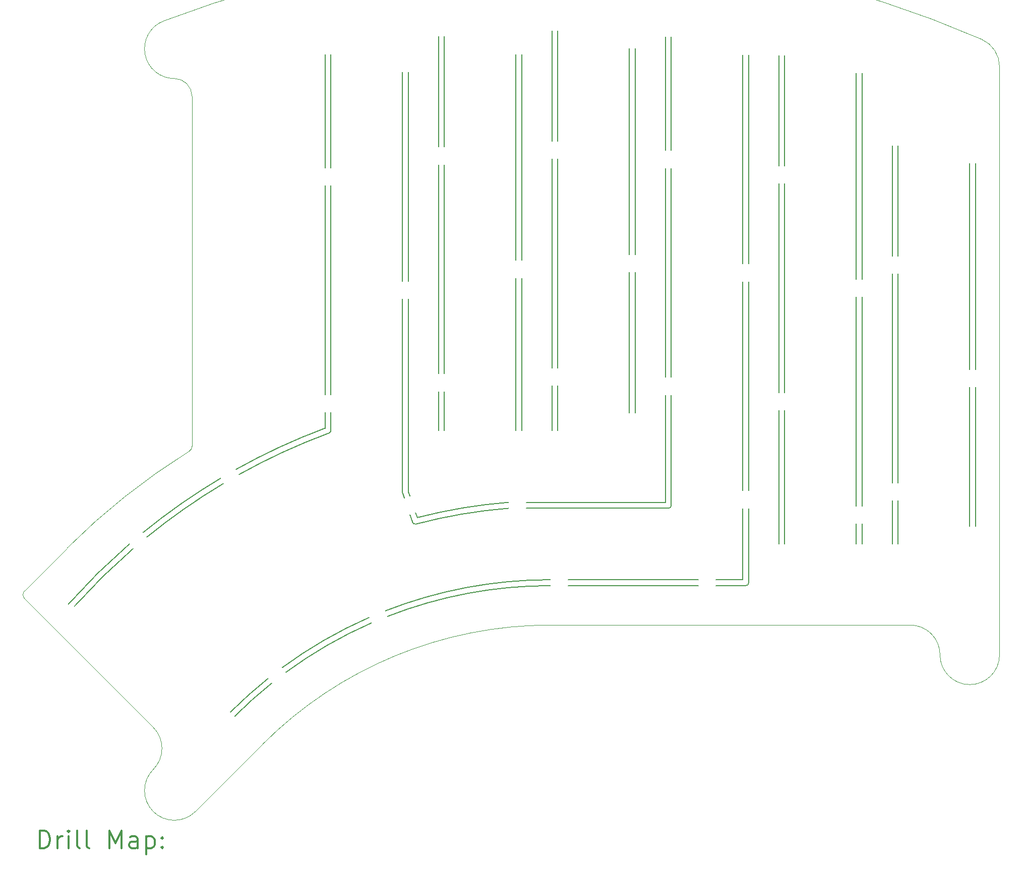
<source format=gbr>
%FSLAX45Y45*%
G04 Gerber Fmt 4.5, Leading zero omitted, Abs format (unit mm)*
G04 Created by KiCad (PCBNEW 5.1.12-84ad8e8a86~92~ubuntu20.04.1) date 2021-11-17 23:27:24*
%MOMM*%
%LPD*%
G01*
G04 APERTURE LIST*
%TA.AperFunction,Profile*%
%ADD10C,0.150000*%
%TD*%
%TA.AperFunction,Profile*%
%ADD11C,0.120000*%
%TD*%
%TA.AperFunction,Profile*%
%ADD12C,0.100000*%
%TD*%
%ADD13C,0.200000*%
%ADD14C,0.300000*%
G04 APERTURE END LIST*
D10*
X13697696Y-10958732D02*
G75*
G02*
X13695000Y-10942536I47304J16196D01*
G01*
X13697696Y-10958732D02*
X13723889Y-11035451D01*
X13922148Y-11477170D02*
G75*
G02*
X13858499Y-11440397I-13438J50211D01*
G01*
X12495000Y-9901439D02*
G75*
G02*
X12462329Y-9948321I-50000J19D01*
G01*
X18210000Y-11162000D02*
G75*
G02*
X18160000Y-11212000I-50000J0D01*
G01*
X10948880Y-10645653D02*
G75*
G02*
X12462329Y-9948321I5227158J-9353707D01*
G01*
X12495000Y-9601000D02*
X12495000Y-9901439D01*
X9404119Y-11695542D02*
G75*
G02*
X10689135Y-10795764I6771920J-8303818D01*
G01*
X8187165Y-12858618D02*
G75*
G02*
X9174305Y-11888378I7988873J-7140742D01*
G01*
X8083047Y-12825198D02*
G75*
G02*
X9110026Y-11811774I8092991J-7174162D01*
G01*
X9339840Y-11618937D02*
G75*
G02*
X10639135Y-10709161I6836198J-8380423D01*
G01*
X10882035Y-14704959D02*
X10880713Y-14703636D01*
X10811325Y-14634248D02*
X10810017Y-14632940D01*
X13449876Y-13025939D02*
X13449278Y-13024410D01*
X13411601Y-12933533D02*
X13411010Y-12932022D01*
X13821559Y-11319106D02*
X13858499Y-11440397D01*
X13922148Y-11477170D02*
G75*
G02*
X15476000Y-11212000I2253890J-8522190D01*
G01*
X13411601Y-12933533D02*
G75*
G02*
X16176000Y-12412000I2764437J-7065827D01*
G01*
X10810017Y-14632940D02*
G75*
G02*
X11438058Y-14071106I5366022J-5366420D01*
G01*
X11676064Y-13888477D02*
G75*
G02*
X13133846Y-13046827I4499974J-6110883D01*
G01*
X11736940Y-13967813D02*
G75*
G02*
X13172114Y-13139215I4439098J-6031547D01*
G01*
X16476000Y-12412000D02*
X18660000Y-12412000D01*
X10880713Y-14703636D02*
G75*
G02*
X11498934Y-14150441I5295325J-5295724D01*
G01*
X13695000Y-7696000D02*
X13695000Y-10942536D01*
X13916111Y-11286549D02*
X13944459Y-11368296D01*
X13795000Y-7696000D02*
X13795000Y-10934236D01*
X13695000Y-7396000D02*
X13695000Y-3886000D01*
X13795000Y-3886000D02*
X13795000Y-7396000D01*
X12495000Y-5491000D02*
X12495000Y-3586000D01*
X12495000Y-9301000D02*
X12495000Y-5791000D01*
X12395000Y-9601000D02*
X12395000Y-9866650D01*
X12395000Y-5791000D02*
X12395000Y-9301000D01*
X12395000Y-3586000D02*
X12395000Y-5491000D01*
X18210000Y-9309000D02*
X18210000Y-11162000D01*
X15776000Y-11212000D02*
X18160000Y-11212000D01*
X19410000Y-11214000D02*
X19410000Y-12412000D01*
X18960000Y-12412000D02*
X19410000Y-12412000D01*
X18960000Y-12512000D02*
X19460000Y-12512000D01*
X18210000Y-5199000D02*
X18210000Y-3294000D01*
X18210000Y-9009000D02*
X18210000Y-5499000D01*
X18110000Y-9309000D02*
X18110000Y-11112000D01*
X18110000Y-5499000D02*
X18110000Y-9009000D01*
X18110000Y-3294000D02*
X18110000Y-5199000D01*
X19410000Y-7104000D02*
X19410000Y-3594000D01*
X19410000Y-10914000D02*
X19410000Y-7404000D01*
X19510000Y-11214000D02*
X19510000Y-12462000D01*
X19510000Y-7404000D02*
X19510000Y-10914000D01*
X19510000Y-3594000D02*
X19510000Y-7104000D01*
X15700000Y-7346000D02*
X15700000Y-9905000D01*
X15700000Y-3586000D02*
X15700000Y-7046000D01*
X15600000Y-7046000D02*
X15600000Y-3586000D01*
X15600000Y-9905000D02*
X15600000Y-7346000D01*
X14400000Y-9251000D02*
X14400000Y-9905000D01*
X14400000Y-5441000D02*
X14400000Y-8951000D01*
X14400000Y-3286000D02*
X14400000Y-5141000D01*
X14300000Y-5141000D02*
X14300000Y-3286000D01*
X14300000Y-8951000D02*
X14300000Y-5441000D01*
X14300000Y-9905000D02*
X14300000Y-9251000D01*
X17505000Y-6950000D02*
X17505000Y-3490000D01*
X17505000Y-9607000D02*
X17505000Y-7250000D01*
X17605000Y-7250000D02*
X17605000Y-9607000D01*
X17605000Y-3490000D02*
X17605000Y-6950000D01*
X16305000Y-3190000D02*
X16305000Y-5045000D01*
X16205000Y-5045000D02*
X16205000Y-3190000D01*
X16305000Y-5345000D02*
X16305000Y-8855000D01*
X16205000Y-8855000D02*
X16205000Y-5345000D01*
X16305000Y-9155000D02*
X16305000Y-9907000D01*
X16205000Y-9907000D02*
X16205000Y-9155000D01*
X21315000Y-7662000D02*
X21315000Y-11172000D01*
X21315000Y-3902000D02*
X21315000Y-7362000D01*
X21415000Y-7362000D02*
X21415000Y-3902000D01*
X21415000Y-11172000D02*
X21415000Y-7662000D01*
X21415000Y-11812000D02*
X21415000Y-11472000D01*
X21315000Y-11812000D02*
X21315000Y-11472000D01*
X20115000Y-9567000D02*
X20115000Y-11812000D01*
X20115000Y-5757000D02*
X20115000Y-9267000D01*
X20115000Y-3602000D02*
X20115000Y-5457000D01*
X20015000Y-5457000D02*
X20015000Y-3602000D01*
X20015000Y-9267000D02*
X20015000Y-5757000D01*
X20015000Y-11812000D02*
X20015000Y-9567000D01*
X23220000Y-11512000D02*
X23220000Y-9180000D01*
X23320000Y-8880000D02*
X23320000Y-5420000D01*
X23320000Y-11512000D02*
X23320000Y-9180000D01*
X21920000Y-11085000D02*
X21920000Y-11812000D01*
X21920000Y-7275000D02*
X21920000Y-10785000D01*
X21920000Y-5120000D02*
X21920000Y-6975000D01*
X22020000Y-6975000D02*
X22020000Y-5120000D01*
X22020000Y-10785000D02*
X22020000Y-7275000D01*
X22020000Y-11812000D02*
X22020000Y-11085000D01*
X23220000Y-5420000D02*
X23220000Y-8880000D01*
X13795000Y-10934236D02*
X13818441Y-11002894D01*
X10898875Y-10559042D02*
G75*
G02*
X12395000Y-9866650I5277163J-9440318D01*
G01*
X15776000Y-11112000D02*
X18110000Y-11112000D01*
X19510000Y-12462000D02*
G75*
G02*
X19460000Y-12512000I-50000J0D01*
G01*
X13944459Y-11368296D02*
G75*
G02*
X15476000Y-11112000I2231579J-8631064D01*
G01*
X16476000Y-12512000D02*
X18660000Y-12512000D01*
X13449876Y-13025939D02*
G75*
G02*
X16176000Y-12512000I2726162J-6973421D01*
G01*
D11*
X7352485Y-12734402D02*
G75*
G02*
X7352485Y-12592980I70711J70711D01*
G01*
D12*
X9510337Y-14892253D02*
G75*
G02*
X9510337Y-15599360I-353553J-353553D01*
G01*
X10217443Y-16306467D02*
G75*
G02*
X9510337Y-15599360I-353553J353553D01*
G01*
X9864130Y-3993217D02*
G75*
G02*
X10161490Y-4290577I0J-297360D01*
G01*
X9864130Y-3993217D02*
G75*
G02*
X9685297Y-3026200I-240J500000D01*
G01*
X22222038Y-13174000D02*
G75*
G02*
X22722038Y-13674000I0J-500000D01*
G01*
X23722038Y-13674000D02*
G75*
G02*
X22722038Y-13674000I-500000J0D01*
G01*
X10161490Y-10169693D02*
G75*
G02*
X10114309Y-10254577I-100000J29D01*
G01*
X10161490Y-4290577D02*
X10161490Y-10169693D01*
X23421413Y-3334354D02*
G75*
G02*
X23722038Y-3792884I-199375J-458530D01*
G01*
X9685297Y-3026200D02*
G75*
G02*
X23421413Y-3334354I6490741J-16973160D01*
G01*
X8061271Y-11884194D02*
G75*
G02*
X10114309Y-10254577I8114767J-8115166D01*
G01*
X7352485Y-12592980D02*
X8061271Y-11884194D01*
X9510337Y-14892253D02*
X7352485Y-12734402D01*
X11350034Y-15173356D02*
X10217443Y-16306467D01*
X11350034Y-15173356D02*
G75*
G02*
X16176038Y-13174360I4826004J-4826004D01*
G01*
X16176038Y-13174360D02*
X22222038Y-13174000D01*
X23722038Y-3792884D02*
X23722038Y-13674000D01*
D13*
D14*
X7603624Y-16923628D02*
X7603624Y-16623628D01*
X7675052Y-16623628D01*
X7717910Y-16637914D01*
X7746481Y-16666485D01*
X7760767Y-16695057D01*
X7775052Y-16752199D01*
X7775052Y-16795057D01*
X7760767Y-16852200D01*
X7746481Y-16880771D01*
X7717910Y-16909342D01*
X7675052Y-16923628D01*
X7603624Y-16923628D01*
X7903624Y-16923628D02*
X7903624Y-16723628D01*
X7903624Y-16780771D02*
X7917910Y-16752199D01*
X7932195Y-16737914D01*
X7960767Y-16723628D01*
X7989338Y-16723628D01*
X8089338Y-16923628D02*
X8089338Y-16723628D01*
X8089338Y-16623628D02*
X8075052Y-16637914D01*
X8089338Y-16652199D01*
X8103624Y-16637914D01*
X8089338Y-16623628D01*
X8089338Y-16652199D01*
X8275052Y-16923628D02*
X8246481Y-16909342D01*
X8232195Y-16880771D01*
X8232195Y-16623628D01*
X8432195Y-16923628D02*
X8403624Y-16909342D01*
X8389338Y-16880771D01*
X8389338Y-16623628D01*
X8775053Y-16923628D02*
X8775053Y-16623628D01*
X8875053Y-16837914D01*
X8975053Y-16623628D01*
X8975053Y-16923628D01*
X9246481Y-16923628D02*
X9246481Y-16766485D01*
X9232195Y-16737914D01*
X9203624Y-16723628D01*
X9146481Y-16723628D01*
X9117910Y-16737914D01*
X9246481Y-16909342D02*
X9217910Y-16923628D01*
X9146481Y-16923628D01*
X9117910Y-16909342D01*
X9103624Y-16880771D01*
X9103624Y-16852200D01*
X9117910Y-16823628D01*
X9146481Y-16809342D01*
X9217910Y-16809342D01*
X9246481Y-16795057D01*
X9389338Y-16723628D02*
X9389338Y-17023628D01*
X9389338Y-16737914D02*
X9417910Y-16723628D01*
X9475053Y-16723628D01*
X9503624Y-16737914D01*
X9517910Y-16752199D01*
X9532195Y-16780771D01*
X9532195Y-16866485D01*
X9517910Y-16895057D01*
X9503624Y-16909342D01*
X9475053Y-16923628D01*
X9417910Y-16923628D01*
X9389338Y-16909342D01*
X9660767Y-16895057D02*
X9675053Y-16909342D01*
X9660767Y-16923628D01*
X9646481Y-16909342D01*
X9660767Y-16895057D01*
X9660767Y-16923628D01*
X9660767Y-16737914D02*
X9675053Y-16752199D01*
X9660767Y-16766485D01*
X9646481Y-16752199D01*
X9660767Y-16737914D01*
X9660767Y-16766485D01*
M02*

</source>
